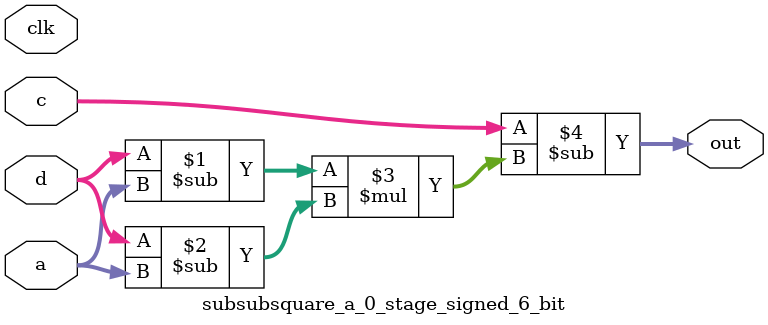
<source format=sv>
(* use_dsp = "yes" *) module subsubsquare_a_0_stage_signed_6_bit(
	input signed [5:0] a,
	input signed [5:0] c,
	input signed [5:0] d,
	output [5:0] out,
	input clk);

	assign out = c - ((d - a) * (d - a));
endmodule

</source>
